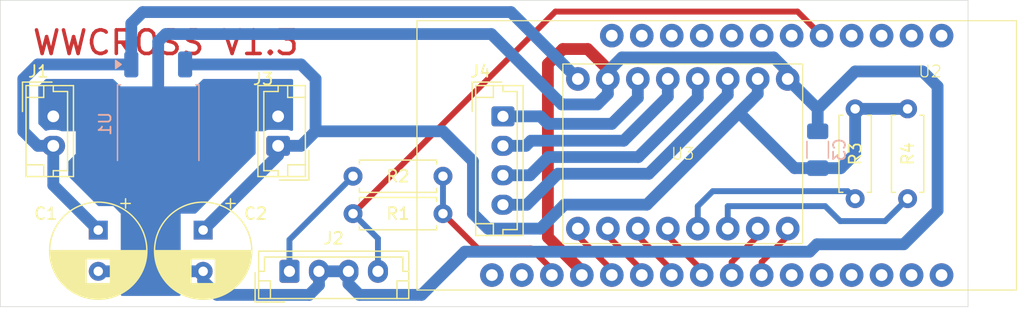
<source format=kicad_pcb>
(kicad_pcb (version 20241229) (generator "pcbnew") (generator_version "9.0")
  (layers (0 "F.Cu" signal) (2 "B.Cu" signal) (13 "F.Paste" user) (15 "B.Paste" user) (5 "F.SilkS" user "F.Silkscreen") (7 "B.SilkS" user "B.Silkscreen") (1 "F.Mask" user) (3 "B.Mask" user) (25 "Edge.Cuts" user))
  (net 0 "")
  (net 1 "Net-(J1-Pin_1)")
  (net 2 "Net-(J1-Pin_2)")
  (net 3 "Net-(J3-Pin_1)")
  (net 4 "Net-(J2-Pin_1)")
  (net 5 "Net-(J2-Pin_4)")
  (net 6 "Net-(J4-Pin_4)")
  (net 7 "Net-(J4-Pin_1)")
  (net 8 "Net-(J4-Pin_2)")
  (net 9 "Net-(J4-Pin_3)")
  (net 10 "Net-(R1-Pad1)")
  (net 11 "Net-(U3-STDBY)")
  (net 12 "Net-(U3-CLK)")
  (net 19 "Net-(U2-A1)")
  (net 21 "Net-(U2-A0)")
  (net 23 "Net-(U2-A5)")
  (net 27 "Net-(U2-A4)")
  (net 30 "Net-(U2-A3)")
  (net 37 "Net-(U2-A2)")
  (footprint "Connector_JST:JST_EH_B4B-EH-A_1x04_P2.50mm_Vertical" (layer "F.Cu") (at 148.59 69.85 -90)
    (property "Reference" "J4" (at -3.81 1.905 180) (layer "F.SilkS"))
    (property "Value" "Motor")
    (pad "1" thru_hole roundrect (at 0 0 270) (size 1.7 1.95) (drill 0.95) (layers "*.Cu" "*.Mask") (roundrect_rratio 0.147059) (net 7 "Net-(J4-Pin_1)"))
    (pad "2" thru_hole oval (at 2.5 0 270) (size 1.7 1.95) (drill 0.95) (layers "*.Cu" "*.Mask") (net 8 "Net-(J4-Pin_2)"))
    (pad "3" thru_hole oval (at 5 0 270) (size 1.7 1.95) (drill 0.95) (layers "*.Cu" "*.Mask") (net 9 "Net-(J4-Pin_3)"))
    (pad "4" thru_hole oval (at 7.5 0 270) (size 1.7 1.95) (drill 0.95) (layers "*.Cu" "*.Mask") (net 6 "Net-(J4-Pin_4)"))
  )
  (footprint "Capacitor_THT:CP_Radial_D8.0mm_P3.50mm" (layer "F.Cu") (at 123.19 79.5 -90)
    (property "Reference" "C2" (at -1.395 -4.445 180) (layer "F.SilkS"))
    (property "Value" "100uF")
    (pad "1" thru_hole rect (at 0 0 270) (size 1.6 1.6) (drill 0.8) (layers "*.Cu" "*.Mask") (net 3 "Net-(J3-Pin_1)"))
    (pad "2" thru_hole circle (at 3.5 0 270) (size 1.6 1.6) (drill 0.8) (layers "*.Cu" "*.Mask") (net 1 "Net-(J1-Pin_1)"))
  )
  (footprint "Drt:TMC2226" (layer "F.Cu") (at 162.56 76.835 90)
    (property "Reference" "U3" (at 3.81 1.27 0) (layer "F.SilkS") (effects (font (thickness 0.1))))
    (property "Value" "TMC2226")
    (pad "1" thru_hole circle (at -2.54 -7.62 90) (size 2 2) (drill 1) (layers "*.Cu" "*.Mask") (net 21 "Net-(U2-A0)"))
    (pad "2" thru_hole circle (at -2.54 -5.08 90) (size 2 2) (drill 1) (layers "*.Cu" "*.Mask") (net 19 "Net-(U2-A1)"))
    (pad "3" thru_hole circle (at -2.54 -2.54 90) (size 2 2) (drill 1) (layers "*.Cu" "*.Mask") (net 37 "Net-(U2-A2)"))
    (pad "4" thru_hole circle (at -2.54 0 90) (size 2 2) (drill 1) (layers "*.Cu" "*.Mask") (net 30 "Net-(U2-A3)"))
    (pad "5" thru_hole circle (at -2.54 2.54 90) (size 2 2) (drill 1) (layers "*.Cu" "*.Mask") (net 11 "Net-(U3-STDBY)"))
    (pad "6" thru_hole circle (at -2.54 5.08 90) (size 2 2) (drill 1) (layers "*.Cu" "*.Mask") (net 12 "Net-(U3-CLK)"))
    (pad "7" thru_hole circle (at -2.54 7.62 90) (size 2 2) (drill 1) (layers "*.Cu" "*.Mask") (net 27 "Net-(U2-A4)"))
    (pad "8" thru_hole circle (at -2.54 10.16 90) (size 2 2) (drill 1) (layers "*.Cu" "*.Mask") (net 23 "Net-(U2-A5)"))
    (pad "9" thru_hole circle (at 10.16 10.16 90) (size 2 2) (drill 1) (layers "*.Cu" "*.Mask") (net 1 "Net-(J1-Pin_1)"))
    (pad "10" thru_hole circle (at 10.16 7.62 90) (size 2 2) (drill 1) (layers "*.Cu" "*.Mask") (net 3 "Net-(J3-Pin_1)"))
    (pad "11" thru_hole circle (at 10.16 5.08 90) (size 2 2) (drill 1) (layers "*.Cu" "*.Mask") (net 6 "Net-(J4-Pin_4)"))
    (pad "12" thru_hole circle (at 10.16 2.54 90) (size 2 2) (drill 1) (layers "*.Cu" "*.Mask") (net 9 "Net-(J4-Pin_3)"))
    (pad "13" thru_hole circle (at 10.16 0 90) (size 2 2) (drill 1) (layers "*.Cu" "*.Mask") (net 8 "Net-(J4-Pin_2)"))
    (pad "14" thru_hole circle (at 10.16 -2.54 90) (size 2 2) (drill 1) (layers "*.Cu" "*.Mask") (net 7 "Net-(J4-Pin_1)"))
    (pad "15" thru_hole circle (at 10.16 -5.08 90) (size 2 2) (drill 1) (layers "*.Cu" "*.Mask") (net 1 "Net-(J1-Pin_1)"))
    (pad "16" thru_hole circle (at 10.16 -7.62 90) (size 2 2) (drill 1) (layers "*.Cu" "*.Mask") (net 2 "Net-(J1-Pin_2)"))
  )
  (footprint "Resistor_THT:R_Axial_DIN0207_L6.3mm_D2.5mm_P7.62mm_Horizontal" (layer "F.Cu") (at 178.435 76.835 90)
    (property "Reference" "R3" (at 3.81 0 90) (layer "F.SilkS"))
    (property "Value" "100K")
    (pad "1" thru_hole circle (at 0 0 90) (size 1.6 1.6) (drill 0.8) (layers "*.Cu" "*.Mask") (net 11 "Net-(U3-STDBY)"))
    (pad "2" thru_hole oval (at 7.62 0 90) (size 1.6 1.6) (drill 0.8) (layers "*.Cu" "*.Mask") (net 3 "Net-(J3-Pin_1)"))
  )
  (footprint "Connector_JST:JST_EH_B2B-EH-A_1x02_P2.50mm_Vertical" (layer "F.Cu") (at 110.49 69.85 -90)
    (property "Reference" "J1" (at -3.81 1.27 180) (layer "F.SilkS"))
    (property "Value" "12V")
    (pad "1" thru_hole roundrect (at 0 0 270) (size 1.7 2) (drill 1) (layers "*.Cu" "*.Mask") (roundrect_rratio 0.147059) (net 1 "Net-(J1-Pin_1)"))
    (pad "2" thru_hole oval (at 2.5 0 270) (size 1.7 2) (drill 1) (layers "*.Cu" "*.Mask") (net 2 "Net-(J1-Pin_2)"))
  )
  (footprint "Drt:ESP32-S3" (layer "F.Cu") (at 166.705 73.16 90)
    (property "Reference" "U2" (at 7.12 18.08 0) (layer "F.SilkS") (effects (font (thickness 0.1))))
    (property "Value" "ESP32")
    (pad "1" thru_hole circle (at -10.16 -19.05 90) (size 2 2) (drill 1) (layers "*.Cu" "*.Mask"))
    (pad "2" thru_hole circle (at -10.16 -16.51 90) (size 2 2) (drill 1) (layers "*.Cu" "*.Mask"))
    (pad "3" thru_hole circle (at -10.16 -13.97 90) (size 2 2) (drill 1) (layers "*.Cu" "*.Mask") (net 10 "Net-(R1-Pad1)"))
    (pad "4" thru_hole circle (at -10.16 -11.43 90) (size 2 2) (drill 1) (layers "*.Cu" "*.Mask") (net 1 "Net-(J1-Pin_1)"))
    (pad "5" thru_hole circle (at -10.16 -8.89 90) (size 2 2) (drill 1) (layers "*.Cu" "*.Mask") (net 21 "Net-(U2-A0)"))
    (pad "6" thru_hole circle (at -10.16 -6.35 90) (size 2 2) (drill 1) (layers "*.Cu" "*.Mask") (net 19 "Net-(U2-A1)"))
    (pad "7" thru_hole circle (at -10.16 -3.81 90) (size 2 2) (drill 1) (layers "*.Cu" "*.Mask") (net 37 "Net-(U2-A2)"))
    (pad "8" thru_hole circle (at -10.16 -1.27 90) (size 2 2) (drill 1) (layers "*.Cu" "*.Mask") (net 30 "Net-(U2-A3)"))
    (pad "9" thru_hole circle (at -10.16 1.27 90) (size 2 2) (drill 1) (layers "*.Cu" "*.Mask") (net 27 "Net-(U2-A4)"))
    (pad "10" thru_hole circle (at -10.16 3.81 90) (size 2 2) (drill 1) (layers "*.Cu" "*.Mask") (net 23 "Net-(U2-A5)"))
    (pad "11" thru_hole circle (at -10.16 6.35 90) (size 2 2) (drill 1) (layers "*.Cu" "*.Mask"))
    (pad "12" thru_hole circle (at -10.16 8.89 90) (size 2 2) (drill 1) (layers "*.Cu" "*.Mask"))
    (pad "13" thru_hole circle (at -10.16 11.43 90) (size 2 2) (drill 1) (layers "*.Cu" "*.Mask"))
    (pad "14" thru_hole circle (at -10.16 13.97 90) (size 2 2) (drill 1) (layers "*.Cu" "*.Mask"))
    (pad "15" thru_hole circle (at -10.16 16.51 90) (size 2 2) (drill 1) (layers "*.Cu" "*.Mask"))
    (pad "16" thru_hole circle (at -10.16 19.05 90) (size 2 2) (drill 1) (layers "*.Cu" "*.Mask"))
    (pad "17" thru_hole circle (at 10.16 19.05 90) (size 2 2) (drill 1) (layers "*.Cu" "*.Mask"))
    (pad "18" thru_hole circle (at 10.16 16.51 90) (size 2 2) (drill 1) (layers "*.Cu" "*.Mask"))
    (pad "19" thru_hole circle (at 10.16 13.97 90) (size 2 2) (drill 1) (layers "*.Cu" "*.Mask"))
    (pad "20" thru_hole circle (at 10.16 11.43 90) (size 2 2) (drill 1) (layers "*.Cu" "*.Mask"))
    (pad "21" thru_hole circle (at 10.16 8.89 90) (size 2 2) (drill 1) (layers "*.Cu" "*.Mask") (net 5 "Net-(J2-Pin_4)"))
    (pad "22" thru_hole circle (at 10.16 6.35 90) (size 2 2) (drill 1) (layers "*.Cu" "*.Mask"))
    (pad "23" thru_hole circle (at 10.16 3.81 90) (size 2 2) (drill 1) (layers "*.Cu" "*.Mask"))
    (pad "24" thru_hole circle (at 10.16 1.27 90) (size 2 2) (drill 1) (layers "*.Cu" "*.Mask"))
    (pad "25" thru_hole circle (at 10.16 -1.27 90) (size 2 2) (drill 1) (layers "*.Cu" "*.Mask"))
    (pad "26" thru_hole circle (at 10.16 -3.81 90) (size 2 2) (drill 1) (layers "*.Cu" "*.Mask"))
    (pad "27" thru_hole circle (at 10.16 -6.35 90) (size 2 2) (drill 1) (layers "*.Cu" "*.Mask"))
    (pad "28" thru_hole circle (at 10.16 -8.89 90) (size 2 2) (drill 1) (layers "*.Cu" "*.Mask"))
  )
  (footprint "Capacitor_THT:CP_Radial_D8.0mm_P3.50mm" (layer "F.Cu") (at 114.3 79.5 -90)
    (property "Reference" "C1" (at -1.395 4.445 180) (layer "F.SilkS"))
    (property "Value" "100uF")
    (pad "1" thru_hole rect (at 0 0 270) (size 1.6 1.6) (drill 0.8) (layers "*.Cu" "*.Mask") (net 2 "Net-(J1-Pin_2)"))
    (pad "2" thru_hole circle (at 3.5 0 270) (size 1.6 1.6) (drill 0.8) (layers "*.Cu" "*.Mask") (net 1 "Net-(J1-Pin_1)"))
  )
  (footprint "Resistor_THT:R_Axial_DIN0207_L6.3mm_D2.5mm_P7.62mm_Horizontal" (layer "F.Cu") (at 182.88 76.835 90)
    (property "Reference" "R4" (at 3.81 0 90) (layer "F.SilkS"))
    (property "Value" "100K")
    (pad "1" thru_hole circle (at 0 0 90) (size 1.6 1.6) (drill 0.8) (layers "*.Cu" "*.Mask") (net 12 "Net-(U3-CLK)"))
    (pad "2" thru_hole oval (at 7.62 0 90) (size 1.6 1.6) (drill 0.8) (layers "*.Cu" "*.Mask") (net 3 "Net-(J3-Pin_1)"))
  )
  (footprint "Connector_JST:JST_EH_B4B-EH-A_1x04_P2.50mm_Vertical" (layer "F.Cu") (at 130.5 83)
    (property "Reference" "J2" (at 3.75 -2.8 0) (layer "F.SilkS"))
    (property "Value" "Sensor")
    (pad "1" thru_hole roundrect (at 0 0) (size 1.7 1.95) (drill 0.95) (layers "*.Cu" "*.Mask") (roundrect_rratio 0.147059) (net 4 "Net-(J2-Pin_1)"))
    (pad "2" thru_hole oval (at 2.5 0) (size 1.7 1.95) (drill 0.95) (layers "*.Cu" "*.Mask") (net 1 "Net-(J1-Pin_1)"))
    (pad "3" thru_hole oval (at 5 0) (size 1.7 1.95) (drill 0.95) (layers "*.Cu" "*.Mask") (net 1 "Net-(J1-Pin_1)"))
    (pad "4" thru_hole oval (at 7.5 0) (size 1.7 1.95) (drill 0.95) (layers "*.Cu" "*.Mask") (net 5 "Net-(J2-Pin_4)"))
  )
  (footprint "Resistor_THT:R_Axial_DIN0207_L6.3mm_D2.5mm_P7.62mm_Horizontal" (layer "F.Cu") (at 143.51 78.105 180)
    (property "Reference" "R1" (at 3.81 0 0) (layer "F.SilkS"))
    (property "Value" "10K")
    (pad "1" thru_hole circle (at 0 0 180) (size 1.6 1.6) (drill 0.8) (layers "*.Cu" "*.Mask") (net 10 "Net-(R1-Pad1)"))
    (pad "2" thru_hole oval (at 7.62 0 180) (size 1.6 1.6) (drill 0.8) (layers "*.Cu" "*.Mask") (net 5 "Net-(J2-Pin_4)"))
  )
  (footprint "Resistor_THT:R_Axial_DIN0207_L6.3mm_D2.5mm_P7.62mm_Horizontal" (layer "F.Cu") (at 143.51 74.93 180)
    (property "Reference" "R2" (at 3.81 0 0) (layer "F.SilkS"))
    (property "Value" "360")
    (pad "1" thru_hole circle (at 0 0 180) (size 1.6 1.6) (drill 0.8) (layers "*.Cu" "*.Mask") (net 10 "Net-(R1-Pad1)"))
    (pad "2" thru_hole oval (at 7.62 0 180) (size 1.6 1.6) (drill 0.8) (layers "*.Cu" "*.Mask") (net 4 "Net-(J2-Pin_1)"))
  )
  (footprint "Connector_JST:JST_EH_B2B-EH-A_1x02_P2.50mm_Vertical" (layer "F.Cu") (at 129.54 72.35 90)
    (property "Reference" "J3" (at 5.675 -1.27 180) (layer "F.SilkS"))
    (property "Value" "USB-C")
    (pad "1" thru_hole roundrect (at 0 0 90) (size 1.7 2) (drill 1) (layers "*.Cu" "*.Mask") (roundrect_rratio 0.147059) (net 3 "Net-(J3-Pin_1)"))
    (pad "2" thru_hole oval (at 2.5 0 90) (size 1.7 2) (drill 1) (layers "*.Cu" "*.Mask") (net 1 "Net-(J1-Pin_1)"))
  )
  (footprint "Package_TO_SOT_SMD:TO-252-2" (layer "B.Cu") (at 119.38 70.485 -90)
    (property "Reference" "U1" (at 0 4.5 90) (layer "B.SilkS") (effects (justify mirror)))
    (property "Value" "L7805")
    (pad "1" smd roundrect (at -5.04 2.28 270) (size 2.2 1.2) (layers "B.Cu" "B.Mask" "B.Paste") (roundrect_rratio 0.208333) (net 2 "Net-(J1-Pin_2)"))
    (pad "2" smd roundrect (at -0.415 -1.525 270) (size 3.05 2.75) (layers "B.Cu" "B.Paste") (roundrect_rratio 0.090909) (net 1 "Net-(J1-Pin_1)"))
    (pad "2" smd roundrect (at -0.415 1.525 270) (size 3.05 2.75) (layers "B.Cu" "B.Paste") (roundrect_rratio 0.090909) (net 1 "Net-(J1-Pin_1)"))
    (pad "2" smd roundrect (at 1.26 0 270) (size 6.4 5.8) (layers "B.Cu" "B.Mask") (roundrect_rratio 0.043103) (net 1 "Net-(J1-Pin_1)"))
    (pad "2" smd roundrect (at 2.935 -1.525 270) (size 3.05 2.75) (layers "B.Cu" "B.Paste") (roundrect_rratio 0.090909) (net 1 "Net-(J1-Pin_1)"))
    (pad "2" smd roundrect (at 2.935 1.525 270) (size 3.05 2.75) (layers "B.Cu" "B.Paste") (roundrect_rratio 0.090909) (net 1 "Net-(J1-Pin_1)"))
    (pad "3" smd roundrect (at -5.04 -2.28 270) (size 2.2 1.2) (layers "B.Cu" "B.Mask" "B.Paste") (roundrect_rratio 0.208333) (net 3 "Net-(J3-Pin_1)"))
  )
  (footprint "Capacitor_SMD:C_1206_3216Metric_Pad1.33x1.80mm_HandSolder" (layer "B.Cu") (at 175.26 72.6825 90)
    (property "Reference" "C3" (at 0 1.85 90) (layer "B.SilkS") (effects (justify mirror)))
    (property "Value" "0.01")
    (pad "1" smd roundrect (at -1.5625 0 90) (size 1.325 1.8) (layers "B.Cu" "B.Mask" "B.Paste") (roundrect_rratio 0.188679) (net 3 "Net-(J3-Pin_1)"))
    (pad "2" smd roundrect (at 1.5625 0 90) (size 1.325 1.8) (layers "B.Cu" "B.Mask" "B.Paste") (roundrect_rratio 0.188679) (net 1 "Net-(J1-Pin_1)"))
  )
  (gr_line (start 106 86) (end 106 60) (stroke (width 0.05)) (layer "Edge.Cuts"))
  (gr_line (start 188 86) (end 106 86) (stroke (width 0.05)) (layer "Edge.Cuts"))
  (gr_line (start 106 60) (end 188 60) (stroke (width 0.05)) (layer "Edge.Cuts"))
  (gr_line (start 188 60) (end 188 86) (stroke (width 0.05)) (layer "Edge.Cuts"))
  (gr_text "WWCROSS V1.3" (at 108.585 64.77 0) (layer "F.Cu") (effects (font (size 2 2) (thickness 0.3) (bold yes)) (justify left bottom)))
  (segment (start 152.4 80.108229) (end 155.275 82.983229) (width 1) (layer "F.Cu") (net 1))
  (segment (start 153.67 64.135) (end 152.4 65.405) (width 1) (layer "F.Cu") (net 1))
  (segment (start 152.4 65.405) (end 152.4 80.108229) (width 1) (layer "F.Cu") (net 1))
  (segment (start 155.275 82.983229) (end 155.275 83.32) (width 1) (layer "F.Cu") (net 1))
  (segment (start 157.48 65.844794) (end 155.770206 64.135) (width 1) (layer "F.Cu") (net 1))
  (segment (start 157.48 66.675) (end 157.48 65.844794) (width 1) (layer "F.Cu") (net 1))
  (segment (start 155.770206 64.135) (end 153.67 64.135) (width 1) (layer "F.Cu") (net 1))
  (segment (start 133 83) (end 133 84.17) (width 1) (layer "B.Cu") (net 1))
  (segment (start 157.48 66.04) (end 157.48 66.675) (width 1) (layer "B.Cu") (net 1))
  (segment (start 175.198272 80.706728) (end 182.549886 80.706728) (width 1) (layer "B.Cu") (net 1))
  (segment (start 171.529978 64.849978) (end 158.670022 64.849978) (width 1) (layer "B.Cu") (net 1))
  (segment (start 119.38 63.5) (end 119.38 71.745) (width 1) (layer "B.Cu") (net 1))
  (segment (start 132.171 84.999) (end 124.369 84.999) (width 1) (layer "B.Cu") (net 1))
  (segment (start 174.567745 81.337255) (end 175.198272 80.706728) (width 1) (layer "B.Cu") (net 1))
  (segment (start 178.435 66.04) (end 175.26 69.215) (width 1) (layer "B.Cu") (net 1))
  (segment (start 156.58735 68.83765) (end 153.581432 68.83765) (width 1) (layer "B.Cu") (net 1))
  (segment (start 182.549886 80.706728) (end 185.42 77.836614) (width 1) (layer "B.Cu") (net 1))
  (segment (start 119.38 83) (end 123.19 83) (width 1) (layer "B.Cu") (net 1))
  (segment (start 185.42 67.31) (end 184.15 66.04) (width 1) (layer "B.Cu") (net 1))
  (segment (start 124.369 84.999) (end 123.19 83.82) (width 1) (layer "B.Cu") (net 1))
  (segment (start 147.608782 62.865) (end 120.015 62.865) (width 1) (layer "B.Cu") (net 1))
  (segment (start 145.357745 81.337255) (end 174.567745 81.337255) (width 1) (layer "B.Cu") (net 1))
  (segment (start 120.015 62.865) (end 119.38 63.5) (width 1) (layer "B.Cu") (net 1))
  (segment (start 172.72 66.04) (end 171.529978 64.849978) (width 1) (layer "B.Cu") (net 1))
  (segment (start 184.15 66.04) (end 178.435 66.04) (width 1) (layer "B.Cu") (net 1))
  (segment (start 153.581432 68.83765) (end 147.608782 62.865) (width 1) (layer "B.Cu") (net 1))
  (segment (start 133 84.17) (end 132.171 84.999) (width 1) (layer "B.Cu") (net 1))
  (segment (start 129.54 69.85) (end 121.125 69.85) (width 1) (layer "B.Cu") (net 1))
  (segment (start 175.26 69.215) (end 172.72 66.675) (width 1) (layer "B.Cu") (net 1))
  (segment (start 141.696 84.999) (end 145.357745 81.337255) (width 1) (layer "B.Cu") (net 1))
  (segment (start 157.48 66.675) (end 157.48 67.945) (width 1) (layer "B.Cu") (net 1))
  (segment (start 110.49 69.85) (end 117.635 69.85) (width 1) (layer "B.Cu") (net 1))
  (segment (start 172.72 66.675) (end 172.72 66.04) (width 1) (layer "B.Cu") (net 1))
  (segment (start 158.670022 64.849978) (end 157.48 66.04) (width 1) (layer "B.Cu") (net 1))
  (segment (start 135.5 83) (end 135.255 82.755) (width 0.3) (layer "B.Cu") (net 1))
  (segment (start 114.3 83) (end 119.38 83) (width 1) (layer "B.Cu") (net 1))
  (segment (start 119.38 83) (end 119.38 71.745) (width 1) (layer "B.Cu") (net 1))
  (segment (start 121.125 69.85) (end 120.905 70.07) (width 1) (layer "B.Cu") (net 1))
  (segment (start 123.19 83.82) (end 123.19 83) (width 1) (layer "B.Cu") (net 1))
  (segment (start 157.48 67.945) (end 156.58735 68.83765) (width 1) (layer "B.Cu") (net 1))
  (segment (start 185.42 77.836614) (end 185.42 67.31) (width 1) (layer "B.Cu") (net 1))
  (segment (start 117.635 69.85) (end 117.855 70.07) (width 1) (layer "B.Cu") (net 1))
  (segment (start 175.26 69.215) (end 175.26 71.12) (width 1) (layer "B.Cu") (net 1))
  (segment (start 135.5 84.065) (end 136.434 84.999) (width 1) (layer "B.Cu") (net 1))
  (segment (start 136.434 84.999) (end 141.696 84.999) (width 1) (layer "B.Cu") (net 1))
  (segment (start 135.5 83) (end 135.5 84.065) (width 1) (layer "B.Cu") (net 1))
  (segment (start 133 83) (end 135.5 83) (width 1) (layer "B.Cu") (net 1))
  (segment (start 149.266 61.001) (end 118.069 61.001) (width 1) (layer "B.Cu") (net 2))
  (segment (start 107.95 71.12) (end 109.18 72.35) (width 1) (layer "B.Cu") (net 2))
  (segment (start 117.1 65.445) (end 109.18 65.445) (width 1) (layer "B.Cu") (net 2))
  (segment (start 107.95 66.675) (end 107.95 71.12) (width 1) (layer "B.Cu") (net 2))
  (segment (start 109.18 72.35) (end 110.49 72.35) (width 1) (layer "B.Cu") (net 2))
  (segment (start 154.94 66.675) (end 149.266 61.001) (width 1) (layer "B.Cu") (net 2))
  (segment (start 110.49 75.69) (end 114.3 79.5) (width 1) (layer "B.Cu") (net 2))
  (segment (start 117.1 61.97) (end 117.1 65.445) (width 1) (layer "B.Cu") (net 2))
  (segment (start 118.069 61.001) (end 117.1 61.97) (width 1) (layer "B.Cu") (net 2))
  (segment (start 109.18 65.445) (end 107.95 66.675) (width 1) (layer "B.Cu") (net 2))
  (segment (start 110.49 72.35) (end 110.49 75.69) (width 1) (layer "B.Cu") (net 2))
  (segment (start 121.66 65.445) (end 131.485 65.445) (width 1) (layer "B.Cu") (net 3))
  (segment (start 169.545 68.58) (end 170.18 67.945) (width 1) (layer "B.Cu") (net 3))
  (segment (start 182.88 69.215) (end 178.435 69.215) (width 1) (layer "B.Cu") (net 3))
  (segment (start 146.05 78.105) (end 147.32 79.375) (width 1) (layer "B.Cu") (net 3))
  (segment (start 132.715 71.12) (end 131.485 72.35) (width 1) (layer "B.Cu") (net 3))
  (segment (start 170.18 67.945) (end 170.18 66.675) (width 1) (layer "B.Cu") (net 3))
  (segment (start 132.715 66.675) (end 132.715 71.12) (width 1) (layer "B.Cu") (net 3))
  (segment (start 146.05 73.66) (end 146.05 78.105) (width 1) (layer "B.Cu") (net 3))
  (segment (start 178.435 73.025) (end 178.435 69.215) (width 1) (layer "B.Cu") (net 3))
  (segment (start 175.26 74.245) (end 177.215 74.245) (width 1) (layer "B.Cu") (net 3))
  (segment (start 129.54 73.15) (end 123.19 79.5) (width 1) (layer "B.Cu") (net 3))
  (segment (start 131.485 72.35) (end 129.54 72.35) (width 1) (layer "B.Cu") (net 3))
  (segment (start 175.26 74.245) (end 173.305 74.245) (width 1) (layer "B.Cu") (net 3))
  (segment (start 129.54 72.35) (end 129.54 73.15) (width 1) (layer "B.Cu") (net 3))
  (segment (start 147.32 79.375) (end 151.765 79.375) (width 1) (layer "B.Cu") (net 3))
  (segment (start 153.799899 77.340101) (end 160.784899 77.340101) (width 1) (layer "B.Cu") (net 3))
  (segment (start 177.215 74.245) (end 178.435 73.025) (width 1) (layer "B.Cu") (net 3))
  (segment (start 143.51 71.12) (end 146.05 73.66) (width 1) (layer "B.Cu") (net 3))
  (segment (start 160.784899 77.340101) (end 169.545 68.58) (width 1) (layer "B.Cu") (net 3))
  (segment (start 131.485 65.445) (end 132.715 66.675) (width 1) (layer "B.Cu") (net 3))
  (segment (start 151.765 79.375) (end 153.799899 77.340101) (width 1) (layer "B.Cu") (net 3))
  (segment (start 132.715 71.12) (end 143.51 71.12) (width 1) (layer "B.Cu") (net 3))
  (segment (start 168.5925 69.5325) (end 169.545 68.58) (width 1) (layer "B.Cu") (net 3))
  (segment (start 173.305 74.245) (end 168.5925 69.5325) (width 1) (layer "B.Cu") (net 3))
  (segment (start 130.5 83) (end 130.5 80.32) (width 0.5) (layer "B.Cu") (net 4))
  (segment (start 130.5 80.32) (end 135.89 74.93) (width 0.5) (layer "B.Cu") (net 4))
  (segment (start 135.89 78.105) (end 153.035 60.96) (width 0.5) (layer "F.Cu") (net 5))
  (segment (start 153.035 60.96) (end 173.555 60.96) (width 0.5) (layer "F.Cu") (net 5))
  (segment (start 173.555 60.96) (end 175.595 63) (width 0.5) (layer "F.Cu") (net 5))
  (segment (start 135.89 78.105) (end 138 80.215) (width 0.5) (layer "B.Cu") (net 5))
  (segment (start 138 80.215) (end 138 83) (width 0.5) (layer "B.Cu") (net 5))
  (segment (start 167.64 68.026398) (end 160.945918 74.72048) (width 1) (layer "B.Cu") (net 6))
  (segment (start 167.64 66.675) (end 167.64 68.026398) (width 1) (layer "B.Cu") (net 6))
  (segment (start 153.24452 74.72048) (end 150.615 77.35) (width 1) (layer "B.Cu") (net 6))
  (segment (start 150.615 77.35) (end 148.59 77.35) (width 1) (layer "B.Cu") (net 6))
  (segment (start 160.945918 74.72048) (end 153.24452 74.72048) (width 1) (layer "B.Cu") (net 6))
  (segment (start 152.4 70.485) (end 151.765 69.85) (width 1) (layer "B.Cu") (net 7))
  (segment (start 151.765 69.85) (end 148.59 69.85) (width 1) (layer "B.Cu") (net 7))
  (segment (start 160.02 66.675) (end 160.02 68.280956) (width 1) (layer "B.Cu") (net 7))
  (segment (start 157.815956 70.485) (end 152.4 70.485) (width 1) (layer "B.Cu") (net 7))
  (segment (start 160.02 68.280956) (end 157.815956 70.485) (width 1) (layer "B.Cu") (net 7))
  (segment (start 162.56 66.675) (end 162.56 68.178248) (width 1) (layer "B.Cu") (net 8))
  (segment (start 162.56 68.178248) (end 158.823291 71.914957) (width 1) (layer "B.Cu") (net 8))
  (segment (start 150.535 72.35) (end 148.59 72.35) (width 1) (layer "B.Cu") (net 8))
  (segment (start 158.823291 71.914957) (end 150.970043 71.914957) (width 1) (layer "B.Cu") (net 8))
  (segment (start 150.970043 71.914957) (end 150.535 72.35) (width 1) (layer "B.Cu") (net 8))
  (segment (start 152.4297 73.303405) (end 150.883105 74.85) (width 1) (layer "B.Cu") (net 9))
  (segment (start 165.1 68.263024) (end 160.059619 73.303405) (width 1) (layer "B.Cu") (net 9))
  (segment (start 150.883105 74.85) (end 148.59 74.85) (width 1) (layer "B.Cu") (net 9))
  (segment (start 165.1 66.675) (end 165.1 68.263024) (width 1) (layer "B.Cu") (net 9))
  (segment (start 160.059619 73.303405) (end 152.4297 73.303405) (width 1) (layer "B.Cu") (net 9))
  (segment (start 146.463313 81.058313) (end 150.966821 81.058313) (width 0.5) (layer "F.Cu") (net 10))
  (segment (start 152.735 82.826492) (end 152.735 83.32) (width 0.5) (layer "F.Cu") (net 10))
  (segment (start 150.966821 81.058313) (end 152.735 82.826492) (width 0.5) (layer "F.Cu") (net 10))
  (segment (start 143.51 78.105) (end 146.463313 81.058313) (width 0.5) (layer "F.Cu") (net 10))
  (segment (start 143.51 74.93) (end 143.51 78.105) (width 0.5) (layer "B.Cu") (net 10))
  (segment (start 165.1 79.375) (end 165.1 77.47) (width 0.5) (layer "B.Cu") (net 11))
  (segment (start 177.8 76.2) (end 178.435 76.835) (width 0.5) (layer "B.Cu") (net 11))
  (segment (start 165.1 77.47) (end 166.37 76.2) (width 0.5) (layer "B.Cu") (net 11))
  (segment (start 166.37 76.2) (end 177.8 76.2) (width 0.5) (layer "B.Cu") (net 11))
  (segment (start 177.165 78.74) (end 180.975 78.74) (width 0.5) (layer "B.Cu") (net 12))
  (segment (start 175.895 77.47) (end 177.165 78.74) (width 0.5) (layer "B.Cu") (net 12))
  (segment (start 167.64 79.375) (end 167.64 77.47) (width 0.5) (layer "B.Cu") (net 12))
  (segment (start 180.975 78.74) (end 182.88 76.835) (width 0.5) (layer "B.Cu") (net 12))
  (segment (start 167.64 77.47) (end 175.895 77.47) (width 0.5) (layer "B.Cu") (net 12))
  (segment (start 160.355 82.885) (end 160.355 83.32) (width 0.5) (layer "F.Cu") (net 19))
  (segment (start 157.48 80.01) (end 160.355 82.885) (width 0.5) (layer "F.Cu") (net 19))
  (segment (start 157.48 79.375) (end 157.48 80.01) (width 0.5) (layer "F.Cu") (net 19))
  (segment (start 154.94 79.375) (end 154.94 80.01) (width 0.5) (layer "F.Cu") (net 21))
  (segment (start 154.94 80.01) (end 157.815 82.885) (width 0.5) (layer "F.Cu") (net 21))
  (segment (start 157.815 82.885) (end 157.815 83.32) (width 0.5) (layer "F.Cu") (net 21))
  (segment (start 172.72 79.375) (end 172.72 80.01) (width 0.5) (layer "F.Cu") (net 23))
  (segment (start 172.72 80.01) (end 170.515 82.215) (width 0.5) (layer "F.Cu") (net 23))
  (segment (start 170.515 82.215) (end 170.515 83.32) (width 0.5) (layer "F.Cu") (net 23))
  (segment (start 167.975 82.215) (end 167.975 83.32) (width 0.5) (layer "F.Cu") (net 27))
  (segment (start 170.18 79.375) (end 170.18 80.01) (width 0.5) (layer "F.Cu") (net 27))
  (segment (start 170.18 80.01) (end 167.975 82.215) (width 0.5) (layer "F.Cu") (net 27))
  (segment (start 165.435 82.885) (end 165.435 83.32) (width 0.5) (layer "F.Cu") (net 30))
  (segment (start 162.56 79.375) (end 162.56 80.01) (width 0.5) (layer "F.Cu") (net 30))
  (segment (start 162.56 80.01) (end 165.435 82.885) (width 0.5) (layer "F.Cu") (net 30))
  (segment (start 160.02 80.01) (end 162.895 82.885) (width 0.5) (layer "F.Cu") (net 37))
  (segment (start 160.02 79.375) (end 160.02 80.01) (width 0.5) (layer "F.Cu") (net 37))
  (segment (start 162.895 82.885) (end 162.895 83.32) (width 0.5) (layer "F.Cu") (net 37))
  (zone (net 1) (net_name "Net-(J1-Pin_1)") (layer "B.Cu") (connect_pads yes (clearance 0.5)) (min_thickness 0.25) (fill yes (thermal_gap 0.5) (thermal_bridge_width 0.5) (island_removal_mode 1) (island_area_min 10))
    (polygon (pts (xy 109.855 66.675) (xy 115.57 66.675) (xy 116.205 67.31) (xy 122.555 67.31) (xy 123.19 66.675) (xy 130.81 66.675) (xy 130.81 71.12) (xy 127.635 71.12) (xy 127.635 73.025) (xy 122.555 78.105) (xy 121.285 78.105) (xy 121.285 85.09) (xy 116.205 85.09) (xy 116.205 78.105) (xy 115.57 77.47) (xy 114.3 77.47) (xy 111.76 74.93) (xy 111.76 73.66) (xy 112.395 73.025) (xy 112.395 71.12) (xy 109.855 71.12) (xy 109.22 70.485) (xy 109.22 67.31)))
  )
)
</source>
